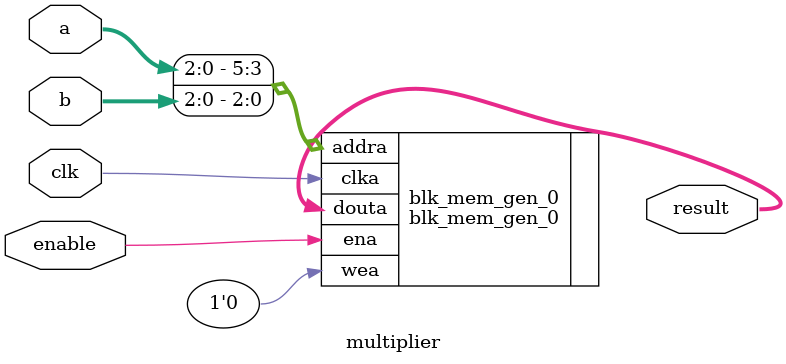
<source format=v>
`timescale 1ns / 100ps

module multiplier(
            input clk,
            input [2:0]a,
            input [2:0]b,
            input enable,
            output [5:0]result
            );

blk_mem_gen_0 blk_mem_gen_0(.clka(clk),.douta(result),.ena(enable),.wea(1'b0),.addra({a,b}));

endmodule
</source>
